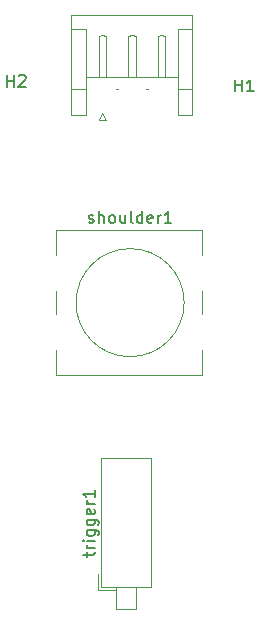
<source format=gbr>
%TF.GenerationSoftware,KiCad,Pcbnew,9.0.7*%
%TF.CreationDate,2026-01-18T23:44:21-08:00*%
%TF.ProjectId,STM32_HID_controller-right,53544d33-325f-4484-9944-5f636f6e7472,rev?*%
%TF.SameCoordinates,Original*%
%TF.FileFunction,Legend,Top*%
%TF.FilePolarity,Positive*%
%FSLAX46Y46*%
G04 Gerber Fmt 4.6, Leading zero omitted, Abs format (unit mm)*
G04 Created by KiCad (PCBNEW 9.0.7) date 2026-01-18 23:44:21*
%MOMM*%
%LPD*%
G01*
G04 APERTURE LIST*
%ADD10C,0.150000*%
%ADD11C,0.120000*%
G04 APERTURE END LIST*
D10*
X128678152Y-179047142D02*
X128678152Y-178666190D01*
X128344819Y-178904285D02*
X129201961Y-178904285D01*
X129201961Y-178904285D02*
X129297200Y-178856666D01*
X129297200Y-178856666D02*
X129344819Y-178761428D01*
X129344819Y-178761428D02*
X129344819Y-178666190D01*
X129344819Y-178332856D02*
X128678152Y-178332856D01*
X128868628Y-178332856D02*
X128773390Y-178285237D01*
X128773390Y-178285237D02*
X128725771Y-178237618D01*
X128725771Y-178237618D02*
X128678152Y-178142380D01*
X128678152Y-178142380D02*
X128678152Y-178047142D01*
X129344819Y-177713808D02*
X128678152Y-177713808D01*
X128344819Y-177713808D02*
X128392438Y-177761427D01*
X128392438Y-177761427D02*
X128440057Y-177713808D01*
X128440057Y-177713808D02*
X128392438Y-177666189D01*
X128392438Y-177666189D02*
X128344819Y-177713808D01*
X128344819Y-177713808D02*
X128440057Y-177713808D01*
X128678152Y-176809047D02*
X129487676Y-176809047D01*
X129487676Y-176809047D02*
X129582914Y-176856666D01*
X129582914Y-176856666D02*
X129630533Y-176904285D01*
X129630533Y-176904285D02*
X129678152Y-176999523D01*
X129678152Y-176999523D02*
X129678152Y-177142380D01*
X129678152Y-177142380D02*
X129630533Y-177237618D01*
X129297200Y-176809047D02*
X129344819Y-176904285D01*
X129344819Y-176904285D02*
X129344819Y-177094761D01*
X129344819Y-177094761D02*
X129297200Y-177189999D01*
X129297200Y-177189999D02*
X129249580Y-177237618D01*
X129249580Y-177237618D02*
X129154342Y-177285237D01*
X129154342Y-177285237D02*
X128868628Y-177285237D01*
X128868628Y-177285237D02*
X128773390Y-177237618D01*
X128773390Y-177237618D02*
X128725771Y-177189999D01*
X128725771Y-177189999D02*
X128678152Y-177094761D01*
X128678152Y-177094761D02*
X128678152Y-176904285D01*
X128678152Y-176904285D02*
X128725771Y-176809047D01*
X128678152Y-175904285D02*
X129487676Y-175904285D01*
X129487676Y-175904285D02*
X129582914Y-175951904D01*
X129582914Y-175951904D02*
X129630533Y-175999523D01*
X129630533Y-175999523D02*
X129678152Y-176094761D01*
X129678152Y-176094761D02*
X129678152Y-176237618D01*
X129678152Y-176237618D02*
X129630533Y-176332856D01*
X129297200Y-175904285D02*
X129344819Y-175999523D01*
X129344819Y-175999523D02*
X129344819Y-176189999D01*
X129344819Y-176189999D02*
X129297200Y-176285237D01*
X129297200Y-176285237D02*
X129249580Y-176332856D01*
X129249580Y-176332856D02*
X129154342Y-176380475D01*
X129154342Y-176380475D02*
X128868628Y-176380475D01*
X128868628Y-176380475D02*
X128773390Y-176332856D01*
X128773390Y-176332856D02*
X128725771Y-176285237D01*
X128725771Y-176285237D02*
X128678152Y-176189999D01*
X128678152Y-176189999D02*
X128678152Y-175999523D01*
X128678152Y-175999523D02*
X128725771Y-175904285D01*
X129297200Y-175047142D02*
X129344819Y-175142380D01*
X129344819Y-175142380D02*
X129344819Y-175332856D01*
X129344819Y-175332856D02*
X129297200Y-175428094D01*
X129297200Y-175428094D02*
X129201961Y-175475713D01*
X129201961Y-175475713D02*
X128821009Y-175475713D01*
X128821009Y-175475713D02*
X128725771Y-175428094D01*
X128725771Y-175428094D02*
X128678152Y-175332856D01*
X128678152Y-175332856D02*
X128678152Y-175142380D01*
X128678152Y-175142380D02*
X128725771Y-175047142D01*
X128725771Y-175047142D02*
X128821009Y-174999523D01*
X128821009Y-174999523D02*
X128916247Y-174999523D01*
X128916247Y-174999523D02*
X129011485Y-175475713D01*
X129344819Y-174570951D02*
X128678152Y-174570951D01*
X128868628Y-174570951D02*
X128773390Y-174523332D01*
X128773390Y-174523332D02*
X128725771Y-174475713D01*
X128725771Y-174475713D02*
X128678152Y-174380475D01*
X128678152Y-174380475D02*
X128678152Y-174285237D01*
X129344819Y-173428094D02*
X129344819Y-173999522D01*
X129344819Y-173713808D02*
X128344819Y-173713808D01*
X128344819Y-173713808D02*
X128487676Y-173809046D01*
X128487676Y-173809046D02*
X128582914Y-173904284D01*
X128582914Y-173904284D02*
X128630533Y-173999522D01*
X121938095Y-139254819D02*
X121938095Y-138254819D01*
X121938095Y-138731009D02*
X122509523Y-138731009D01*
X122509523Y-139254819D02*
X122509523Y-138254819D01*
X122938095Y-138350057D02*
X122985714Y-138302438D01*
X122985714Y-138302438D02*
X123080952Y-138254819D01*
X123080952Y-138254819D02*
X123319047Y-138254819D01*
X123319047Y-138254819D02*
X123414285Y-138302438D01*
X123414285Y-138302438D02*
X123461904Y-138350057D01*
X123461904Y-138350057D02*
X123509523Y-138445295D01*
X123509523Y-138445295D02*
X123509523Y-138540533D01*
X123509523Y-138540533D02*
X123461904Y-138683390D01*
X123461904Y-138683390D02*
X122890476Y-139254819D01*
X122890476Y-139254819D02*
X123509523Y-139254819D01*
X141238095Y-139654819D02*
X141238095Y-138654819D01*
X141238095Y-139131009D02*
X141809523Y-139131009D01*
X141809523Y-139654819D02*
X141809523Y-138654819D01*
X142809523Y-139654819D02*
X142238095Y-139654819D01*
X142523809Y-139654819D02*
X142523809Y-138654819D01*
X142523809Y-138654819D02*
X142428571Y-138797676D01*
X142428571Y-138797676D02*
X142333333Y-138892914D01*
X142333333Y-138892914D02*
X142238095Y-138940533D01*
X128849999Y-150747200D02*
X128945237Y-150794819D01*
X128945237Y-150794819D02*
X129135713Y-150794819D01*
X129135713Y-150794819D02*
X129230951Y-150747200D01*
X129230951Y-150747200D02*
X129278570Y-150651961D01*
X129278570Y-150651961D02*
X129278570Y-150604342D01*
X129278570Y-150604342D02*
X129230951Y-150509104D01*
X129230951Y-150509104D02*
X129135713Y-150461485D01*
X129135713Y-150461485D02*
X128992856Y-150461485D01*
X128992856Y-150461485D02*
X128897618Y-150413866D01*
X128897618Y-150413866D02*
X128849999Y-150318628D01*
X128849999Y-150318628D02*
X128849999Y-150271009D01*
X128849999Y-150271009D02*
X128897618Y-150175771D01*
X128897618Y-150175771D02*
X128992856Y-150128152D01*
X128992856Y-150128152D02*
X129135713Y-150128152D01*
X129135713Y-150128152D02*
X129230951Y-150175771D01*
X129707142Y-150794819D02*
X129707142Y-149794819D01*
X130135713Y-150794819D02*
X130135713Y-150271009D01*
X130135713Y-150271009D02*
X130088094Y-150175771D01*
X130088094Y-150175771D02*
X129992856Y-150128152D01*
X129992856Y-150128152D02*
X129849999Y-150128152D01*
X129849999Y-150128152D02*
X129754761Y-150175771D01*
X129754761Y-150175771D02*
X129707142Y-150223390D01*
X130754761Y-150794819D02*
X130659523Y-150747200D01*
X130659523Y-150747200D02*
X130611904Y-150699580D01*
X130611904Y-150699580D02*
X130564285Y-150604342D01*
X130564285Y-150604342D02*
X130564285Y-150318628D01*
X130564285Y-150318628D02*
X130611904Y-150223390D01*
X130611904Y-150223390D02*
X130659523Y-150175771D01*
X130659523Y-150175771D02*
X130754761Y-150128152D01*
X130754761Y-150128152D02*
X130897618Y-150128152D01*
X130897618Y-150128152D02*
X130992856Y-150175771D01*
X130992856Y-150175771D02*
X131040475Y-150223390D01*
X131040475Y-150223390D02*
X131088094Y-150318628D01*
X131088094Y-150318628D02*
X131088094Y-150604342D01*
X131088094Y-150604342D02*
X131040475Y-150699580D01*
X131040475Y-150699580D02*
X130992856Y-150747200D01*
X130992856Y-150747200D02*
X130897618Y-150794819D01*
X130897618Y-150794819D02*
X130754761Y-150794819D01*
X131945237Y-150128152D02*
X131945237Y-150794819D01*
X131516666Y-150128152D02*
X131516666Y-150651961D01*
X131516666Y-150651961D02*
X131564285Y-150747200D01*
X131564285Y-150747200D02*
X131659523Y-150794819D01*
X131659523Y-150794819D02*
X131802380Y-150794819D01*
X131802380Y-150794819D02*
X131897618Y-150747200D01*
X131897618Y-150747200D02*
X131945237Y-150699580D01*
X132564285Y-150794819D02*
X132469047Y-150747200D01*
X132469047Y-150747200D02*
X132421428Y-150651961D01*
X132421428Y-150651961D02*
X132421428Y-149794819D01*
X133373809Y-150794819D02*
X133373809Y-149794819D01*
X133373809Y-150747200D02*
X133278571Y-150794819D01*
X133278571Y-150794819D02*
X133088095Y-150794819D01*
X133088095Y-150794819D02*
X132992857Y-150747200D01*
X132992857Y-150747200D02*
X132945238Y-150699580D01*
X132945238Y-150699580D02*
X132897619Y-150604342D01*
X132897619Y-150604342D02*
X132897619Y-150318628D01*
X132897619Y-150318628D02*
X132945238Y-150223390D01*
X132945238Y-150223390D02*
X132992857Y-150175771D01*
X132992857Y-150175771D02*
X133088095Y-150128152D01*
X133088095Y-150128152D02*
X133278571Y-150128152D01*
X133278571Y-150128152D02*
X133373809Y-150175771D01*
X134230952Y-150747200D02*
X134135714Y-150794819D01*
X134135714Y-150794819D02*
X133945238Y-150794819D01*
X133945238Y-150794819D02*
X133850000Y-150747200D01*
X133850000Y-150747200D02*
X133802381Y-150651961D01*
X133802381Y-150651961D02*
X133802381Y-150271009D01*
X133802381Y-150271009D02*
X133850000Y-150175771D01*
X133850000Y-150175771D02*
X133945238Y-150128152D01*
X133945238Y-150128152D02*
X134135714Y-150128152D01*
X134135714Y-150128152D02*
X134230952Y-150175771D01*
X134230952Y-150175771D02*
X134278571Y-150271009D01*
X134278571Y-150271009D02*
X134278571Y-150366247D01*
X134278571Y-150366247D02*
X133802381Y-150461485D01*
X134707143Y-150794819D02*
X134707143Y-150128152D01*
X134707143Y-150318628D02*
X134754762Y-150223390D01*
X134754762Y-150223390D02*
X134802381Y-150175771D01*
X134802381Y-150175771D02*
X134897619Y-150128152D01*
X134897619Y-150128152D02*
X134992857Y-150128152D01*
X135850000Y-150794819D02*
X135278572Y-150794819D01*
X135564286Y-150794819D02*
X135564286Y-149794819D01*
X135564286Y-149794819D02*
X135469048Y-149937676D01*
X135469048Y-149937676D02*
X135373810Y-150032914D01*
X135373810Y-150032914D02*
X135278572Y-150080533D01*
D11*
%TO.C,trigger1*%
X129650000Y-181890000D02*
X129650000Y-180507000D01*
X129650000Y-181890000D02*
X131033000Y-181890000D01*
X129890000Y-170730000D02*
X134110000Y-170730000D01*
X129890000Y-181650000D02*
X129890000Y-170730000D01*
X129890000Y-181650000D02*
X134110000Y-181650000D01*
X131190000Y-181650000D02*
X132810000Y-181650000D01*
X131190000Y-183510000D02*
X131190000Y-181650000D01*
X132810000Y-181650000D02*
X132810000Y-183510000D01*
X132810000Y-183510000D02*
X131190000Y-183510000D01*
X134110000Y-181650000D02*
X134110000Y-170730000D01*
%TO.C,shoulder1*%
X126100000Y-151350000D02*
X138400000Y-151350000D01*
X126100000Y-153470000D02*
X126100000Y-151350000D01*
X126100000Y-158470000D02*
X126100000Y-156530000D01*
X126100000Y-163650000D02*
X126100000Y-161530000D01*
X138400000Y-151350000D02*
X138400000Y-153470000D01*
X138400000Y-156530000D02*
X138400000Y-158470000D01*
X138400000Y-161530000D02*
X138400000Y-163650000D01*
X138400000Y-163650000D02*
X126100000Y-163650000D01*
X136929050Y-157540000D02*
G75*
G02*
X127770950Y-157540000I-4579050J0D01*
G01*
X127770950Y-157540000D02*
G75*
G02*
X136929050Y-157540000I4579050J0D01*
G01*
%TO.C,J4*%
X127390000Y-133190000D02*
X137610000Y-133190000D01*
X127390000Y-134410000D02*
X128610000Y-134410000D01*
X127390000Y-141610000D02*
X127390000Y-133190000D01*
X128610000Y-134410000D02*
X128610000Y-139410000D01*
X128610000Y-138410000D02*
X136390000Y-138410000D01*
X128610000Y-139410000D02*
X127390000Y-139410000D01*
X128610000Y-139410000D02*
X128610000Y-141610000D01*
X128610000Y-141610000D02*
X127390000Y-141610000D01*
X129680000Y-134990000D02*
X130000000Y-134910000D01*
X129680000Y-138410000D02*
X129680000Y-134990000D01*
X129700000Y-142100000D02*
X130300000Y-142100000D01*
X130000000Y-134910000D02*
X130320000Y-134990000D01*
X130000000Y-138410000D02*
X129680000Y-138410000D01*
X130000000Y-141500000D02*
X129700000Y-142100000D01*
X130300000Y-142100000D02*
X130000000Y-141500000D01*
X130320000Y-134990000D02*
X130320000Y-138410000D01*
X130320000Y-138410000D02*
X130000000Y-138410000D01*
X131170000Y-139410000D02*
X131330000Y-139410000D01*
X132180000Y-134990000D02*
X132500000Y-134910000D01*
X132180000Y-138410000D02*
X132180000Y-134990000D01*
X132500000Y-134910000D02*
X132820000Y-134990000D01*
X132500000Y-138410000D02*
X132180000Y-138410000D01*
X132820000Y-134990000D02*
X132820000Y-138410000D01*
X132820000Y-138410000D02*
X132500000Y-138410000D01*
X133670000Y-139410000D02*
X133830000Y-139410000D01*
X134680000Y-134990000D02*
X135000000Y-134910000D01*
X134680000Y-138410000D02*
X134680000Y-134990000D01*
X135000000Y-134910000D02*
X135320000Y-134990000D01*
X135000000Y-138410000D02*
X134680000Y-138410000D01*
X135320000Y-134990000D02*
X135320000Y-138410000D01*
X135320000Y-138410000D02*
X135000000Y-138410000D01*
X136390000Y-134410000D02*
X136390000Y-139410000D01*
X136390000Y-139410000D02*
X137610000Y-139410000D01*
X136390000Y-141610000D02*
X136390000Y-139410000D01*
X137610000Y-133190000D02*
X137610000Y-141610000D01*
X137610000Y-134410000D02*
X136390000Y-134410000D01*
X137610000Y-141610000D02*
X136390000Y-141610000D01*
%TD*%
M02*

</source>
